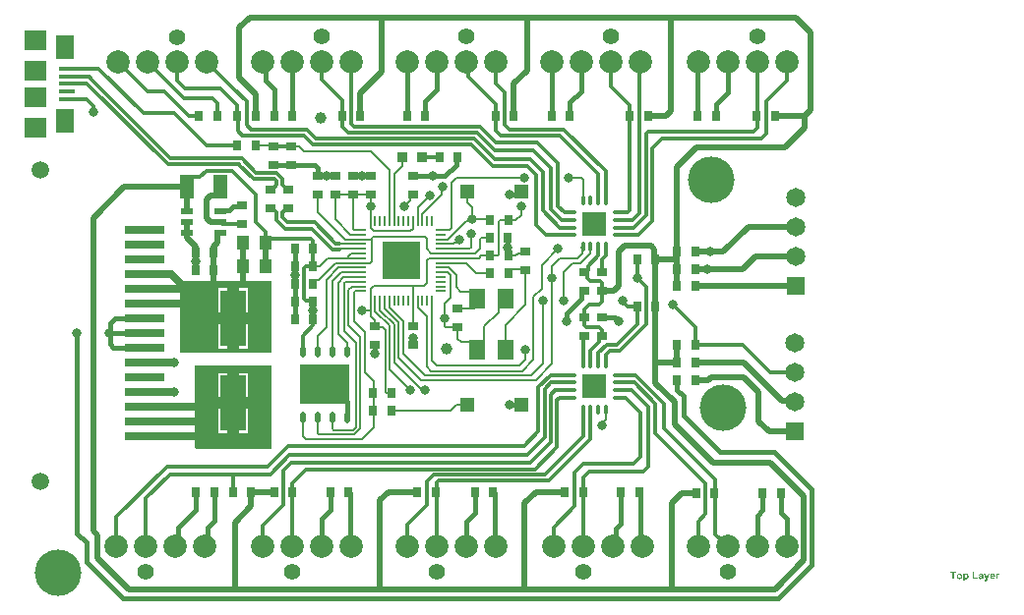
<source format=gtl>
G04*
G04 #@! TF.GenerationSoftware,Altium Limited,Altium Designer,23.3.1 (30)*
G04*
G04 Layer_Physical_Order=1*
G04 Layer_Color=255*
%FSLAX44Y44*%
%MOMM*%
G71*
G04*
G04 #@! TF.SameCoordinates,401C55F4-CDE4-4738-8E39-6C92FFCD4633*
G04*
G04*
G04 #@! TF.FilePolarity,Positive*
G04*
G01*
G75*
%ADD11C,0.2000*%
%ADD14C,0.1778*%
%ADD19R,0.7000X0.9000*%
%ADD20R,1.2300X2.0200*%
%ADD21R,0.9000X0.7000*%
%ADD22R,1.0000X1.3000*%
%ADD23R,1.6000X2.1000*%
%ADD24R,1.9000X1.8000*%
%ADD25R,1.3500X0.4000*%
%ADD26R,1.0500X0.6000*%
%ADD27R,3.5000X0.7000*%
%ADD28C,1.0000*%
%ADD32R,1.4000X1.8000*%
%ADD33R,1.2000X1.2000*%
%ADD34R,2.1500X2.1500*%
G04:AMPARAMS|DCode=35|XSize=0.8mm|YSize=0.35mm|CornerRadius=0.1313mm|HoleSize=0mm|Usage=FLASHONLY|Rotation=0.000|XOffset=0mm|YOffset=0mm|HoleType=Round|Shape=RoundedRectangle|*
%AMROUNDEDRECTD35*
21,1,0.8000,0.0875,0,0,0.0*
21,1,0.5375,0.3500,0,0,0.0*
1,1,0.2625,0.2688,-0.0438*
1,1,0.2625,-0.2688,-0.0438*
1,1,0.2625,-0.2688,0.0438*
1,1,0.2625,0.2688,0.0438*
%
%ADD35ROUNDEDRECTD35*%
G04:AMPARAMS|DCode=36|XSize=0.8mm|YSize=0.35mm|CornerRadius=0.1313mm|HoleSize=0mm|Usage=FLASHONLY|Rotation=270.000|XOffset=0mm|YOffset=0mm|HoleType=Round|Shape=RoundedRectangle|*
%AMROUNDEDRECTD36*
21,1,0.8000,0.0875,0,0,270.0*
21,1,0.5375,0.3500,0,0,270.0*
1,1,0.2625,-0.0438,-0.2688*
1,1,0.2625,-0.0438,0.2688*
1,1,0.2625,0.0438,0.2688*
1,1,0.2625,0.0438,-0.2688*
%
%ADD36ROUNDEDRECTD36*%
%ADD37R,2.2000X4.8000*%
G04:AMPARAMS|DCode=38|XSize=1.04mm|YSize=0.44mm|CornerRadius=0.154mm|HoleSize=0mm|Usage=FLASHONLY|Rotation=90.000|XOffset=0mm|YOffset=0mm|HoleType=Round|Shape=RoundedRectangle|*
%AMROUNDEDRECTD38*
21,1,1.0400,0.1320,0,0,90.0*
21,1,0.7320,0.4400,0,0,90.0*
1,1,0.3080,0.0660,0.3660*
1,1,0.3080,0.0660,-0.3660*
1,1,0.3080,-0.0660,-0.3660*
1,1,0.3080,-0.0660,0.3660*
%
%ADD38ROUNDEDRECTD38*%
%ADD39R,0.8500X0.9500*%
%ADD52R,3.2004X3.2004*%
%ADD68R,0.8750X0.2000*%
%ADD69R,0.2000X0.8750*%
%ADD70R,4.3000X3.4000*%
%ADD71C,0.3000*%
%ADD72C,0.1847*%
%ADD73C,0.3500*%
%ADD74C,0.5000*%
%ADD75C,0.4000*%
%ADD76C,0.7000*%
%ADD77C,1.6500*%
%ADD78R,1.6500X1.6500*%
%ADD79C,4.0000*%
%ADD80C,1.5000*%
%ADD81C,1.4000*%
%ADD82C,2.0000*%
%ADD83C,0.8000*%
G36*
X-435610Y441960D02*
X-500380D01*
X-501650Y443230D01*
Y514350D01*
X-435610D01*
Y441960D01*
D02*
G37*
G36*
Y525360D02*
X-514350D01*
Y587350D01*
X-435610D01*
Y525360D01*
D02*
G37*
G36*
X190377Y334802D02*
X190418Y334795D01*
X190522Y334781D01*
X190647Y334753D01*
X190786Y334712D01*
X190931Y334650D01*
X191077Y334573D01*
X190696Y333505D01*
X190682Y333512D01*
X190640Y333540D01*
X190585Y333568D01*
X190508Y333609D01*
X190418Y333644D01*
X190321Y333679D01*
X190224Y333699D01*
X190120Y333707D01*
X190079D01*
X190030Y333699D01*
X189967Y333686D01*
X189898Y333672D01*
X189829Y333644D01*
X189753Y333609D01*
X189683Y333561D01*
X189676Y333554D01*
X189655Y333533D01*
X189621Y333498D01*
X189579Y333443D01*
X189538Y333374D01*
X189489Y333284D01*
X189440Y333180D01*
X189399Y333048D01*
Y333041D01*
X189392Y333027D01*
Y333006D01*
X189385Y332971D01*
X189378Y332930D01*
X189371Y332867D01*
X189357Y332798D01*
X189350Y332715D01*
X189343Y332618D01*
X189330Y332507D01*
X189323Y332382D01*
X189316Y332236D01*
X189309Y332077D01*
Y331904D01*
X189302Y331709D01*
Y331494D01*
Y330066D01*
X188074D01*
Y334705D01*
X189212D01*
Y334039D01*
X189219Y334046D01*
X189226Y334060D01*
X189239Y334081D01*
X189260Y334116D01*
X189316Y334199D01*
X189385Y334296D01*
X189468Y334400D01*
X189552Y334497D01*
X189642Y334587D01*
X189690Y334629D01*
X189732Y334656D01*
X189746Y334663D01*
X189773Y334677D01*
X189822Y334705D01*
X189884Y334733D01*
X189967Y334761D01*
X190058Y334788D01*
X190155Y334802D01*
X190266Y334809D01*
X190335D01*
X190377Y334802D01*
D02*
G37*
G36*
X162439D02*
X162501D01*
X162570Y334788D01*
X162647Y334774D01*
X162737Y334753D01*
X162841Y334733D01*
X162945Y334698D01*
X163056Y334656D01*
X163167Y334601D01*
X163285Y334539D01*
X163403Y334469D01*
X163514Y334379D01*
X163624Y334282D01*
X163735Y334171D01*
X163742Y334164D01*
X163763Y334143D01*
X163791Y334109D01*
X163826Y334053D01*
X163867Y333991D01*
X163916Y333914D01*
X163964Y333817D01*
X164020Y333713D01*
X164075Y333596D01*
X164124Y333464D01*
X164172Y333318D01*
X164214Y333159D01*
X164249Y332992D01*
X164283Y332812D01*
X164297Y332618D01*
X164304Y332410D01*
Y332396D01*
Y332361D01*
X164297Y332299D01*
Y332216D01*
X164290Y332118D01*
X164276Y332008D01*
X164256Y331883D01*
X164235Y331744D01*
X164200Y331605D01*
X164165Y331453D01*
X164117Y331307D01*
X164061Y331155D01*
X163999Y331009D01*
X163923Y330863D01*
X163832Y330725D01*
X163735Y330600D01*
X163729Y330593D01*
X163708Y330572D01*
X163680Y330545D01*
X163631Y330503D01*
X163576Y330454D01*
X163514Y330399D01*
X163437Y330343D01*
X163347Y330281D01*
X163257Y330219D01*
X163146Y330163D01*
X163035Y330108D01*
X162910Y330059D01*
X162785Y330024D01*
X162647Y329990D01*
X162508Y329969D01*
X162355Y329962D01*
X162293D01*
X162217Y329969D01*
X162120Y329983D01*
X162016Y329997D01*
X161898Y330024D01*
X161773Y330066D01*
X161655Y330115D01*
X161641Y330121D01*
X161600Y330142D01*
X161537Y330184D01*
X161454Y330239D01*
X161357Y330309D01*
X161246Y330399D01*
X161128Y330510D01*
X161003Y330635D01*
Y328305D01*
X159776D01*
Y334705D01*
X160920D01*
Y334025D01*
X160934Y334032D01*
X160962Y334074D01*
X161010Y334143D01*
X161080Y334220D01*
X161163Y334310D01*
X161267Y334407D01*
X161385Y334504D01*
X161516Y334587D01*
X161523D01*
X161537Y334594D01*
X161558Y334608D01*
X161586Y334622D01*
X161621Y334636D01*
X161662Y334656D01*
X161766Y334698D01*
X161891Y334740D01*
X162037Y334774D01*
X162196Y334802D01*
X162362Y334809D01*
X162397D01*
X162439Y334802D01*
D02*
G37*
G36*
X180731Y330239D02*
X180433Y329435D01*
Y329428D01*
X180426Y329414D01*
X180419Y329393D01*
X180405Y329366D01*
X180378Y329296D01*
X180336Y329206D01*
X180287Y329109D01*
X180239Y329005D01*
X180183Y328908D01*
X180128Y328818D01*
X180121Y328811D01*
X180100Y328783D01*
X180072Y328742D01*
X180031Y328693D01*
X179982Y328638D01*
X179927Y328582D01*
X179858Y328527D01*
X179788Y328471D01*
X179781Y328464D01*
X179753Y328450D01*
X179712Y328423D01*
X179663Y328395D01*
X179594Y328360D01*
X179511Y328326D01*
X179421Y328291D01*
X179324Y328263D01*
X179310D01*
X179275Y328249D01*
X179219Y328242D01*
X179143Y328228D01*
X179053Y328215D01*
X178949Y328201D01*
X178831Y328194D01*
X178699Y328187D01*
X178637D01*
X178568Y328194D01*
X178484D01*
X178374Y328208D01*
X178263Y328222D01*
X178138Y328235D01*
X178013Y328263D01*
X177902Y329227D01*
X177916D01*
X177950Y329220D01*
X178006Y329206D01*
X178075Y329199D01*
X178152Y329185D01*
X178242Y329171D01*
X178415Y329165D01*
X178457D01*
X178484Y329171D01*
X178561Y329178D01*
X178658Y329199D01*
X178755Y329227D01*
X178866Y329276D01*
X178963Y329338D01*
X179046Y329421D01*
X179053Y329435D01*
X179081Y329470D01*
X179116Y329518D01*
X179164Y329594D01*
X179213Y329685D01*
X179268Y329796D01*
X179317Y329913D01*
X179358Y330052D01*
X177604Y334705D01*
X178908D01*
X180010Y331404D01*
X181099Y334705D01*
X182368D01*
X180731Y330239D01*
D02*
G37*
G36*
X175225Y334802D02*
X175309D01*
X175392Y334795D01*
X175489Y334781D01*
X175690Y334761D01*
X175891Y334726D01*
X176085Y334677D01*
X176168Y334643D01*
X176252Y334608D01*
X176259D01*
X176273Y334601D01*
X176293Y334587D01*
X176314Y334573D01*
X176390Y334532D01*
X176474Y334476D01*
X176571Y334400D01*
X176661Y334317D01*
X176751Y334220D01*
X176820Y334116D01*
X176827Y334102D01*
X176834Y334081D01*
X176848Y334060D01*
X176862Y334025D01*
X176876Y333977D01*
X176890Y333928D01*
X176903Y333866D01*
X176917Y333797D01*
X176931Y333720D01*
X176945Y333630D01*
X176959Y333526D01*
X176973Y333415D01*
X176980Y333297D01*
X176987Y333166D01*
Y333020D01*
X176966Y331585D01*
Y331578D01*
Y331557D01*
Y331529D01*
Y331488D01*
Y331432D01*
Y331377D01*
X176973Y331245D01*
X176980Y331099D01*
X176987Y330947D01*
X177001Y330808D01*
X177014Y330739D01*
X177021Y330683D01*
Y330669D01*
X177035Y330635D01*
X177049Y330572D01*
X177070Y330496D01*
X177098Y330406D01*
X177139Y330302D01*
X177188Y330184D01*
X177243Y330066D01*
X176030D01*
Y330073D01*
X176023Y330087D01*
X176009Y330115D01*
X175995Y330156D01*
X175981Y330205D01*
X175954Y330267D01*
X175933Y330343D01*
X175905Y330427D01*
Y330434D01*
X175898Y330447D01*
X175891Y330489D01*
X175877Y330537D01*
X175870Y330558D01*
X175863Y330572D01*
X175849Y330558D01*
X175808Y330524D01*
X175746Y330468D01*
X175662Y330399D01*
X175565Y330330D01*
X175447Y330253D01*
X175322Y330177D01*
X175191Y330115D01*
X175184D01*
X175177Y330108D01*
X175156Y330101D01*
X175128Y330094D01*
X175059Y330066D01*
X174962Y330038D01*
X174851Y330010D01*
X174719Y329983D01*
X174580Y329969D01*
X174428Y329962D01*
X174359D01*
X174310Y329969D01*
X174248Y329976D01*
X174178Y329983D01*
X174102Y329997D01*
X174019Y330010D01*
X173839Y330052D01*
X173651Y330121D01*
X173554Y330170D01*
X173464Y330219D01*
X173381Y330274D01*
X173298Y330343D01*
X173291Y330350D01*
X173277Y330364D01*
X173263Y330385D01*
X173235Y330413D01*
X173201Y330454D01*
X173166Y330496D01*
X173131Y330551D01*
X173097Y330614D01*
X173055Y330683D01*
X173020Y330752D01*
X172951Y330926D01*
X172923Y331016D01*
X172909Y331113D01*
X172896Y331217D01*
X172889Y331328D01*
Y331335D01*
Y331349D01*
Y331370D01*
Y331397D01*
X172896Y331467D01*
X172909Y331564D01*
X172937Y331675D01*
X172965Y331793D01*
X173013Y331911D01*
X173076Y332028D01*
Y332035D01*
X173083Y332042D01*
X173111Y332077D01*
X173152Y332132D01*
X173214Y332202D01*
X173284Y332278D01*
X173374Y332354D01*
X173478Y332431D01*
X173596Y332493D01*
X173603D01*
X173610Y332500D01*
X173631Y332507D01*
X173658Y332521D01*
X173693Y332535D01*
X173735Y332555D01*
X173790Y332569D01*
X173846Y332590D01*
X173908Y332611D01*
X173984Y332639D01*
X174067Y332659D01*
X174151Y332687D01*
X174248Y332708D01*
X174352Y332736D01*
X174456Y332763D01*
X174574Y332784D01*
X174580D01*
X174608Y332791D01*
X174657Y332798D01*
X174712Y332812D01*
X174782Y332826D01*
X174865Y332840D01*
X174955Y332860D01*
X175052Y332881D01*
X175246Y332930D01*
X175447Y332978D01*
X175537Y333006D01*
X175628Y333034D01*
X175704Y333062D01*
X175773Y333089D01*
Y333207D01*
Y333214D01*
Y333221D01*
Y333270D01*
X175766Y333332D01*
X175752Y333408D01*
X175732Y333492D01*
X175697Y333575D01*
X175655Y333658D01*
X175593Y333720D01*
X175586Y333727D01*
X175558Y333741D01*
X175510Y333769D01*
X175447Y333797D01*
X175357Y333824D01*
X175239Y333852D01*
X175170Y333859D01*
X175101Y333866D01*
X175017Y333873D01*
X174872D01*
X174809Y333866D01*
X174740Y333859D01*
X174657Y333838D01*
X174567Y333817D01*
X174483Y333783D01*
X174407Y333741D01*
X174400Y333734D01*
X174379Y333713D01*
X174345Y333686D01*
X174303Y333637D01*
X174255Y333575D01*
X174206Y333492D01*
X174158Y333394D01*
X174116Y333284D01*
X173013Y333485D01*
Y333492D01*
X173020Y333512D01*
X173034Y333547D01*
X173048Y333596D01*
X173069Y333651D01*
X173097Y333713D01*
X173166Y333859D01*
X173256Y334025D01*
X173367Y334192D01*
X173499Y334344D01*
X173575Y334421D01*
X173658Y334483D01*
X173665Y334490D01*
X173679Y334497D01*
X173707Y334511D01*
X173741Y334532D01*
X173790Y334559D01*
X173852Y334587D01*
X173922Y334615D01*
X173998Y334650D01*
X174095Y334677D01*
X174192Y334705D01*
X174303Y334733D01*
X174428Y334761D01*
X174560Y334781D01*
X174705Y334795D01*
X174858Y334809D01*
X175163D01*
X175225Y334802D01*
D02*
G37*
G36*
X169089Y331148D02*
X172299D01*
Y330066D01*
X167799D01*
Y336411D01*
X169089D01*
Y331148D01*
D02*
G37*
G36*
X153535Y335384D02*
X151649D01*
Y330066D01*
X150359D01*
Y335384D01*
X148459D01*
Y336466D01*
X153535D01*
Y335384D01*
D02*
G37*
G36*
X185016Y334802D02*
X185093Y334795D01*
X185176Y334788D01*
X185280Y334774D01*
X185391Y334753D01*
X185509Y334726D01*
X185641Y334684D01*
X185772Y334643D01*
X185904Y334587D01*
X186043Y334518D01*
X186175Y334441D01*
X186306Y334351D01*
X186431Y334240D01*
X186549Y334123D01*
X186556Y334116D01*
X186577Y334088D01*
X186604Y334053D01*
X186639Y333998D01*
X186688Y333921D01*
X186736Y333831D01*
X186792Y333727D01*
X186847Y333609D01*
X186903Y333471D01*
X186951Y333311D01*
X187000Y333145D01*
X187041Y332958D01*
X187076Y332750D01*
X187104Y332528D01*
X187125Y332292D01*
Y332035D01*
X184053D01*
Y332028D01*
Y332015D01*
Y331980D01*
X184060Y331945D01*
X184067Y331897D01*
X184073Y331841D01*
X184094Y331723D01*
X184129Y331585D01*
X184177Y331439D01*
X184247Y331300D01*
X184344Y331175D01*
X184351D01*
X184358Y331162D01*
X184392Y331127D01*
X184455Y331078D01*
X184538Y331030D01*
X184642Y330974D01*
X184767Y330926D01*
X184905Y330891D01*
X184982Y330884D01*
X185058Y330877D01*
X185107D01*
X185155Y330884D01*
X185224Y330898D01*
X185301Y330912D01*
X185377Y330940D01*
X185460Y330981D01*
X185537Y331030D01*
X185543Y331037D01*
X185571Y331058D01*
X185606Y331099D01*
X185648Y331155D01*
X185703Y331224D01*
X185751Y331314D01*
X185800Y331418D01*
X185842Y331543D01*
X187062Y331335D01*
Y331328D01*
X187048Y331307D01*
X187034Y331273D01*
X187020Y331224D01*
X186993Y331169D01*
X186958Y331106D01*
X186923Y331030D01*
X186882Y330954D01*
X186778Y330787D01*
X186646Y330621D01*
X186493Y330454D01*
X186403Y330378D01*
X186313Y330309D01*
X186306Y330302D01*
X186292Y330295D01*
X186265Y330274D01*
X186223Y330253D01*
X186175Y330225D01*
X186112Y330198D01*
X186043Y330170D01*
X185966Y330135D01*
X185876Y330101D01*
X185779Y330073D01*
X185675Y330045D01*
X185564Y330018D01*
X185446Y329997D01*
X185315Y329976D01*
X185183Y329969D01*
X185044Y329962D01*
X184989D01*
X184926Y329969D01*
X184843Y329976D01*
X184746Y329983D01*
X184628Y330004D01*
X184503Y330024D01*
X184365Y330059D01*
X184219Y330101D01*
X184073Y330156D01*
X183928Y330219D01*
X183775Y330295D01*
X183637Y330385D01*
X183498Y330489D01*
X183373Y330607D01*
X183255Y330746D01*
X183248Y330752D01*
X183234Y330773D01*
X183214Y330808D01*
X183186Y330863D01*
X183151Y330926D01*
X183110Y330995D01*
X183068Y331085D01*
X183026Y331182D01*
X182985Y331293D01*
X182943Y331418D01*
X182902Y331550D01*
X182867Y331689D01*
X182839Y331841D01*
X182818Y332001D01*
X182805Y332174D01*
X182798Y332347D01*
Y332361D01*
Y332396D01*
X182805Y332458D01*
Y332535D01*
X182818Y332632D01*
X182832Y332750D01*
X182846Y332867D01*
X182874Y333006D01*
X182902Y333145D01*
X182943Y333290D01*
X182992Y333443D01*
X183047Y333596D01*
X183116Y333741D01*
X183200Y333887D01*
X183290Y334025D01*
X183394Y334150D01*
X183401Y334157D01*
X183422Y334178D01*
X183456Y334213D01*
X183505Y334254D01*
X183560Y334303D01*
X183637Y334358D01*
X183720Y334421D01*
X183810Y334483D01*
X183914Y334539D01*
X184032Y334601D01*
X184157Y334656D01*
X184295Y334705D01*
X184434Y334747D01*
X184587Y334781D01*
X184753Y334802D01*
X184919Y334809D01*
X184968D01*
X185016Y334802D01*
D02*
G37*
G36*
X156559D02*
X156628Y334795D01*
X156718Y334788D01*
X156822Y334774D01*
X156940Y334753D01*
X157065Y334726D01*
X157197Y334684D01*
X157335Y334643D01*
X157481Y334587D01*
X157619Y334518D01*
X157765Y334441D01*
X157911Y334351D01*
X158042Y334240D01*
X158174Y334123D01*
X158181Y334116D01*
X158202Y334088D01*
X158237Y334053D01*
X158278Y333998D01*
X158334Y333928D01*
X158389Y333852D01*
X158445Y333755D01*
X158514Y333651D01*
X158576Y333533D01*
X158632Y333401D01*
X158694Y333256D01*
X158743Y333103D01*
X158784Y332944D01*
X158819Y332770D01*
X158840Y332590D01*
X158847Y332396D01*
Y332382D01*
Y332347D01*
X158840Y332292D01*
Y332223D01*
X158826Y332132D01*
X158812Y332028D01*
X158791Y331911D01*
X158764Y331786D01*
X158729Y331647D01*
X158680Y331508D01*
X158625Y331363D01*
X158562Y331217D01*
X158479Y331064D01*
X158389Y330926D01*
X158285Y330780D01*
X158167Y330648D01*
X158160Y330642D01*
X158139Y330621D01*
X158098Y330586D01*
X158042Y330545D01*
X157980Y330489D01*
X157897Y330434D01*
X157807Y330371D01*
X157703Y330309D01*
X157585Y330239D01*
X157453Y330177D01*
X157314Y330121D01*
X157162Y330073D01*
X157002Y330024D01*
X156829Y329990D01*
X156649Y329969D01*
X156461Y329962D01*
X156399D01*
X156350Y329969D01*
X156295D01*
X156233Y329976D01*
X156156Y329983D01*
X156073Y329997D01*
X155886Y330031D01*
X155678Y330080D01*
X155463Y330149D01*
X155248Y330246D01*
X155241Y330253D01*
X155220Y330260D01*
X155192Y330274D01*
X155151Y330302D01*
X155102Y330330D01*
X155054Y330371D01*
X154922Y330461D01*
X154783Y330579D01*
X154638Y330725D01*
X154499Y330898D01*
X154374Y331092D01*
Y331099D01*
X154360Y331120D01*
X154347Y331148D01*
X154326Y331189D01*
X154305Y331245D01*
X154277Y331307D01*
X154256Y331384D01*
X154229Y331467D01*
X154201Y331564D01*
X154173Y331668D01*
X154145Y331779D01*
X154125Y331897D01*
X154104Y332021D01*
X154090Y332160D01*
X154083Y332299D01*
X154076Y332444D01*
Y332451D01*
Y332472D01*
Y332507D01*
X154083Y332548D01*
Y332604D01*
X154090Y332673D01*
X154104Y332743D01*
X154111Y332826D01*
X154152Y333006D01*
X154201Y333207D01*
X154277Y333415D01*
X154319Y333526D01*
X154374Y333630D01*
X154381Y333637D01*
X154388Y333658D01*
X154409Y333686D01*
X154430Y333727D01*
X154458Y333776D01*
X154499Y333831D01*
X154589Y333956D01*
X154714Y334095D01*
X154860Y334240D01*
X155026Y334379D01*
X155220Y334504D01*
X155227Y334511D01*
X155248Y334518D01*
X155276Y334532D01*
X155317Y334552D01*
X155373Y334573D01*
X155435Y334601D01*
X155505Y334629D01*
X155581Y334656D01*
X155671Y334684D01*
X155768Y334712D01*
X155976Y334761D01*
X156205Y334795D01*
X156330Y334809D01*
X156503D01*
X156559Y334802D01*
D02*
G37*
%LPC*%
G36*
X-455630Y507660D02*
X-463630D01*
Y486660D01*
X-455630D01*
Y507660D01*
D02*
G37*
G36*
X-473630D02*
X-481630D01*
Y486660D01*
X-473630D01*
Y507660D01*
D02*
G37*
G36*
X-455630Y476660D02*
X-463630D01*
Y455660D01*
X-455630D01*
Y476660D01*
D02*
G37*
G36*
X-473630D02*
X-481630D01*
Y455660D01*
X-473630D01*
Y476660D01*
D02*
G37*
G36*
X-455630Y580660D02*
X-463630D01*
Y559660D01*
X-455630D01*
Y580660D01*
D02*
G37*
G36*
X-473630D02*
X-481630D01*
Y559660D01*
X-473630D01*
Y580660D01*
D02*
G37*
G36*
X-455630Y549660D02*
X-463630D01*
Y528660D01*
X-455630D01*
Y549660D01*
D02*
G37*
G36*
X-473630D02*
X-481630D01*
Y528660D01*
X-473630D01*
Y549660D01*
D02*
G37*
G36*
X162023Y333838D02*
X161981D01*
X161946Y333831D01*
X161912Y333824D01*
X161863Y333817D01*
X161759Y333797D01*
X161641Y333755D01*
X161516Y333693D01*
X161454Y333651D01*
X161392Y333602D01*
X161329Y333547D01*
X161274Y333485D01*
Y333478D01*
X161260Y333471D01*
X161246Y333450D01*
X161225Y333422D01*
X161204Y333381D01*
X161184Y333339D01*
X161156Y333284D01*
X161128Y333228D01*
X161100Y333159D01*
X161073Y333082D01*
X161052Y332999D01*
X161031Y332909D01*
X161010Y332805D01*
X160996Y332701D01*
X160989Y332583D01*
X160983Y332458D01*
Y332451D01*
Y332424D01*
Y332382D01*
X160989Y332333D01*
Y332264D01*
X160996Y332188D01*
X161010Y332112D01*
X161024Y332021D01*
X161059Y331834D01*
X161114Y331640D01*
X161191Y331460D01*
X161232Y331377D01*
X161288Y331300D01*
X161295Y331293D01*
X161301Y331286D01*
X161343Y331245D01*
X161413Y331182D01*
X161503Y331120D01*
X161614Y331051D01*
X161738Y330988D01*
X161891Y330947D01*
X161967Y330940D01*
X162050Y330933D01*
X162092D01*
X162120Y330940D01*
X162196Y330954D01*
X162300Y330974D01*
X162411Y331016D01*
X162529Y331078D01*
X162584Y331113D01*
X162647Y331162D01*
X162702Y331210D01*
X162758Y331273D01*
X162765Y331279D01*
X162772Y331286D01*
X162785Y331307D01*
X162806Y331335D01*
X162827Y331377D01*
X162848Y331418D01*
X162876Y331474D01*
X162903Y331543D01*
X162931Y331612D01*
X162959Y331696D01*
X162980Y331786D01*
X163000Y331890D01*
X163021Y332001D01*
X163035Y332126D01*
X163049Y332257D01*
Y332396D01*
Y332403D01*
Y332431D01*
Y332465D01*
X163042Y332514D01*
Y332576D01*
X163035Y332645D01*
X163021Y332722D01*
X163014Y332805D01*
X162980Y332978D01*
X162924Y333159D01*
X162848Y333332D01*
X162806Y333408D01*
X162751Y333478D01*
Y333485D01*
X162737Y333492D01*
X162695Y333533D01*
X162633Y333589D01*
X162550Y333658D01*
X162446Y333727D01*
X162321Y333783D01*
X162182Y333824D01*
X162106Y333831D01*
X162023Y333838D01*
D02*
G37*
G36*
X175773Y332292D02*
X175759Y332285D01*
X175725Y332278D01*
X175669Y332257D01*
X175586Y332236D01*
X175482Y332209D01*
X175350Y332174D01*
X175198Y332139D01*
X175017Y332098D01*
X175010D01*
X174997Y332091D01*
X174969D01*
X174934Y332077D01*
X174851Y332056D01*
X174747Y332035D01*
X174636Y332001D01*
X174525Y331966D01*
X174428Y331931D01*
X174386Y331911D01*
X174352Y331890D01*
X174345Y331883D01*
X174317Y331862D01*
X174275Y331820D01*
X174234Y331772D01*
X174192Y331709D01*
X174151Y331633D01*
X174123Y331550D01*
X174116Y331460D01*
Y331446D01*
Y331418D01*
X174123Y331370D01*
X174137Y331307D01*
X174165Y331238D01*
X174192Y331162D01*
X174241Y331092D01*
X174303Y331016D01*
X174310Y331009D01*
X174338Y330988D01*
X174379Y330954D01*
X174435Y330926D01*
X174511Y330891D01*
X174594Y330857D01*
X174692Y330836D01*
X174795Y330829D01*
X174809D01*
X174851Y330836D01*
X174913Y330843D01*
X174997Y330857D01*
X175094Y330884D01*
X175205Y330919D01*
X175315Y330974D01*
X175427Y331044D01*
X175433Y331051D01*
X175461Y331072D01*
X175503Y331106D01*
X175544Y331155D01*
X175600Y331217D01*
X175648Y331286D01*
X175690Y331363D01*
X175725Y331446D01*
Y331453D01*
X175732Y331481D01*
X175739Y331522D01*
X175752Y331578D01*
X175759Y331661D01*
X175766Y331765D01*
X175773Y331890D01*
Y332042D01*
Y332292D01*
D02*
G37*
G36*
X184989Y333873D02*
X184947D01*
X184919Y333866D01*
X184850Y333859D01*
X184753Y333838D01*
X184649Y333803D01*
X184538Y333748D01*
X184434Y333672D01*
X184379Y333630D01*
X184330Y333575D01*
X184316Y333561D01*
X184288Y333519D01*
X184247Y333457D01*
X184198Y333367D01*
X184150Y333256D01*
X184108Y333117D01*
X184080Y332965D01*
X184073Y332784D01*
X185904D01*
Y332791D01*
Y332805D01*
Y332833D01*
X185897Y332874D01*
X185890Y332916D01*
X185883Y332965D01*
X185863Y333082D01*
X185828Y333214D01*
X185779Y333346D01*
X185717Y333478D01*
X185627Y333589D01*
X185613Y333602D01*
X185578Y333630D01*
X185523Y333679D01*
X185446Y333734D01*
X185356Y333783D01*
X185245Y333831D01*
X185121Y333859D01*
X184989Y333873D01*
D02*
G37*
G36*
X156454Y333811D02*
X156406D01*
X156378Y333803D01*
X156337Y333797D01*
X156288Y333790D01*
X156177Y333762D01*
X156045Y333720D01*
X155914Y333658D01*
X155844Y333616D01*
X155782Y333568D01*
X155713Y333505D01*
X155650Y333443D01*
Y333436D01*
X155636Y333429D01*
X155622Y333401D01*
X155602Y333374D01*
X155574Y333339D01*
X155546Y333290D01*
X155518Y333235D01*
X155491Y333172D01*
X155463Y333103D01*
X155435Y333020D01*
X155407Y332937D01*
X155380Y332840D01*
X155359Y332736D01*
X155345Y332625D01*
X155338Y332507D01*
X155331Y332382D01*
Y332375D01*
Y332354D01*
Y332313D01*
X155338Y332271D01*
Y332209D01*
X155345Y332146D01*
X155359Y332070D01*
X155373Y331987D01*
X155407Y331820D01*
X155463Y331640D01*
X155546Y331474D01*
X155595Y331390D01*
X155650Y331321D01*
X155657Y331314D01*
X155664Y331307D01*
X155685Y331286D01*
X155706Y331266D01*
X155782Y331210D01*
X155872Y331141D01*
X155990Y331072D01*
X156129Y331016D01*
X156281Y330974D01*
X156364Y330967D01*
X156454Y330961D01*
X156503D01*
X156538Y330967D01*
X156572Y330974D01*
X156621Y330981D01*
X156732Y331009D01*
X156864Y331051D01*
X156995Y331113D01*
X157065Y331155D01*
X157134Y331203D01*
X157197Y331259D01*
X157259Y331321D01*
X157266Y331328D01*
X157273Y331342D01*
X157287Y331363D01*
X157307Y331390D01*
X157335Y331425D01*
X157363Y331474D01*
X157391Y331529D01*
X157425Y331591D01*
X157453Y331661D01*
X157481Y331744D01*
X157508Y331834D01*
X157536Y331924D01*
X157557Y332028D01*
X157571Y332139D01*
X157585Y332264D01*
Y332389D01*
Y332396D01*
Y332417D01*
Y332458D01*
X157578Y332500D01*
Y332562D01*
X157571Y332625D01*
X157557Y332701D01*
X157543Y332777D01*
X157508Y332951D01*
X157446Y333124D01*
X157370Y333290D01*
X157314Y333374D01*
X157259Y333443D01*
X157252Y333450D01*
X157245Y333457D01*
X157224Y333478D01*
X157203Y333498D01*
X157134Y333561D01*
X157037Y333630D01*
X156919Y333693D01*
X156780Y333755D01*
X156628Y333797D01*
X156545Y333803D01*
X156454Y333811D01*
D02*
G37*
%LPD*%
D11*
X-309880Y650240D02*
X-299720Y660400D01*
X-309880Y638865D02*
Y650240D01*
X-305816Y644144D02*
X-288940Y661020D01*
Y667370D02*
X-288290Y668020D01*
X-288940Y661020D02*
Y667370D01*
X-305816Y638865D02*
Y644144D01*
X-313888Y661390D02*
X-313690D01*
X-316388Y656432D02*
Y658890D01*
X-321310Y651510D02*
Y651510D01*
X-316388Y658890D02*
X-313888Y661390D01*
X-321310Y651510D02*
X-316388Y656432D01*
X-435942Y703580D02*
X-434952Y702590D01*
X-449300Y703580D02*
X-435942D01*
X-250430Y608640D02*
X-247930Y611140D01*
X-396240Y646430D02*
Y661390D01*
X-411760Y702590D02*
X-407670Y698500D01*
X-334264Y639032D02*
Y682244D01*
X-407670Y698500D02*
X-350520D01*
X-334264Y682244D01*
X-419100Y702590D02*
X-411760D01*
X-232130Y596900D02*
X-217450D01*
X-268478Y602488D02*
X-259375Y593386D01*
X-247722D01*
X-241220Y608625D02*
X-240049Y609797D01*
Y637934D02*
X-238877Y639105D01*
X-240049Y609797D02*
Y637934D01*
X-247722Y608625D02*
X-241220D01*
X-238877Y639105D02*
X-231922D01*
X-225765D01*
X-231922Y608625D02*
X-225888D01*
X-218575Y611015D02*
X-217170Y612420D01*
X-223498Y611015D02*
X-218575D01*
X-225888Y608625D02*
X-223498Y611015D01*
X-225765Y639105D02*
X-220980Y643890D01*
Y651510D01*
X-256540Y622694D02*
X-255368Y623866D01*
X-247976D01*
X-256540Y614680D02*
Y622694D01*
X-347980Y474980D02*
Y490220D01*
Y461010D02*
Y474980D01*
Y490220D02*
Y500380D01*
X-355600Y508000D02*
Y543052D01*
Y508000D02*
X-347980Y500380D01*
X-252469Y533821D02*
Y547631D01*
X-240380Y559720D01*
X-258380Y527910D02*
X-252469Y533821D01*
X-240380Y572260D02*
X-234380Y578260D01*
X-272640Y534260D02*
X-258380D01*
Y527910D02*
Y534260D01*
X-240380Y559720D02*
Y565910D01*
X-234380Y571910D01*
X-293370Y514350D02*
X-222036D01*
X-217170Y519216D02*
Y526717D01*
X-222036Y514350D02*
X-217170Y519216D01*
X-297688Y518668D02*
Y570175D01*
Y518668D02*
X-293370Y514350D01*
X-298450Y509270D02*
X-219710D01*
X-302260Y513080D02*
X-298450Y509270D01*
X-302260Y513080D02*
Y556260D01*
X-219710Y509270D02*
X-210124Y518856D01*
X-322580Y524054D02*
X-303986Y505460D01*
X-212090D02*
X-201930Y515620D01*
X-303986Y505460D02*
X-212090D01*
X-218138Y526717D02*
X-217170Y527685D01*
X-326390Y520700D02*
X-307340Y501650D01*
X-208280D02*
X-194310Y515620D01*
X-307340Y501650D02*
X-208280D01*
X-334010Y510540D02*
Y548640D01*
Y510540D02*
X-316230Y492760D01*
X-304678Y493908D02*
X-303530Y492760D01*
X-307218Y493908D02*
X-304678D01*
X-330200Y516890D02*
X-307218Y493908D01*
X-276860Y480060D02*
X-267040D01*
X-332460Y474980D02*
X-281940D01*
X-276860Y480060D01*
X-267040Y654390D02*
X-262890Y650240D01*
X-267040Y654390D02*
Y664210D01*
X-262890Y640080D02*
Y650240D01*
Y640080D02*
X-250430D01*
X-247930Y642580D02*
Y642620D01*
X-250430Y640080D02*
X-247930Y642580D01*
X-267848Y638932D02*
X-264038D01*
X-283972Y622808D02*
X-267848Y638932D01*
X-264038D02*
X-262890Y640080D01*
X-287020Y548262D02*
Y567690D01*
X-281940Y572770D02*
Y591820D01*
X-287020Y567690D02*
X-281940Y572770D01*
X-287020Y548262D02*
X-285848Y547090D01*
X-275590D01*
Y537210D02*
X-272640Y534260D01*
X-275590Y537210D02*
Y547090D01*
X-258790Y565440D02*
Y577850D01*
X-261340Y562890D02*
X-258790Y565440D01*
X-275590Y562890D02*
X-261340D01*
X-273050Y577850D02*
X-258790D01*
X-276860Y581660D02*
X-273050Y577850D01*
X-234380Y534260D02*
Y549210D01*
X-217170Y566420D01*
Y596620D01*
X-289759Y602488D02*
X-268478D01*
X-254960Y608640D02*
X-250430D01*
X-257048Y606552D02*
X-254960Y608640D01*
X-289592Y606552D02*
X-257048D01*
X-289759Y610616D02*
X-260604D01*
X-256540Y614680D01*
X-298196Y610616D02*
X-289759D01*
X-265332Y614680D02*
X-264160Y615852D01*
Y627380D01*
X-289759Y614680D02*
X-265332D01*
X-210124Y518856D02*
Y573466D01*
X-203200Y600710D02*
X-189230Y614680D01*
X-203200Y580390D02*
Y600710D01*
X-210124Y573466D02*
X-203200Y580390D01*
X-194310Y515620D02*
Y589599D01*
X-201930Y515620D02*
Y570230D01*
X-326390Y520700D02*
Y551180D01*
X-322580Y524054D02*
Y552450D01*
X-284480Y594360D02*
X-281940Y591820D01*
X-289759Y594360D02*
X-284480D01*
X-350520Y561536D02*
Y570008D01*
Y556260D02*
Y561536D01*
X-357944D02*
X-350520D01*
X-358140Y561340D02*
X-357944Y561536D01*
X-350520Y651510D02*
Y661390D01*
Y639032D02*
Y651510D01*
X-330200Y516890D02*
Y549454D01*
X-336550Y490220D02*
X-332460D01*
X-337820Y491490D02*
X-336550Y490220D01*
X-342392Y561646D02*
Y570175D01*
Y561646D02*
X-330200Y549454D01*
X-338328Y563118D02*
X-326390Y551180D01*
X-334264Y564134D02*
X-322580Y552450D01*
X-338328Y563118D02*
Y570175D01*
X-334264Y564134D02*
Y570175D01*
X-180340Y675640D02*
X-168910D01*
X-350520Y580390D02*
X-347980Y582930D01*
X-350520Y570175D02*
Y580390D01*
X-347980Y582930D02*
X-313944D01*
X-346456Y561086D02*
X-334010Y548640D01*
X-346456Y561086D02*
Y570175D01*
X-151130Y462280D02*
Y464820D01*
X-148140Y467810D01*
Y476160D01*
X-337820Y491490D02*
Y544830D01*
X-358449Y622808D02*
X-349830D01*
X-372618D02*
X-358449D01*
Y602488D02*
X-351282D01*
X-279146Y618744D02*
X-276860Y621030D01*
X-289759Y618744D02*
X-279146D01*
X-289592Y622808D02*
X-283972D01*
X-313944Y632108D02*
Y638865D01*
X-347980Y629920D02*
X-316132D01*
X-313944Y632108D01*
X-350520Y632460D02*
X-347980Y629920D01*
X-350520Y632460D02*
Y638865D01*
X-348586Y624840D02*
X-303432D01*
X-349758Y623668D02*
X-348586Y624840D01*
X-302260Y614680D02*
Y623668D01*
X-349758Y622736D02*
Y623668D01*
X-303432Y624840D02*
X-302260Y623668D01*
X-399770Y599440D02*
X-399241Y599968D01*
X-394442D01*
X-387858Y606552D01*
X-399770Y584200D02*
Y585200D01*
X-397270Y587700D02*
X-395280D01*
X-399770Y585200D02*
X-397270Y587700D01*
X-395280D02*
X-380492Y602488D01*
X-168910Y675640D02*
X-167640Y674370D01*
Y656270D02*
Y674370D01*
X-276860Y675640D02*
X-218440D01*
X-280670Y671830D02*
X-276860Y675640D01*
X-280670Y632460D02*
Y671830D01*
X-282194Y630936D02*
X-280670Y632460D01*
X-289759Y630936D02*
X-282194D01*
X-309880Y563880D02*
X-302260Y556260D01*
X-309880Y563880D02*
Y570175D01*
X-340360Y547370D02*
X-337820Y544830D01*
X-346430Y547370D02*
X-340360D01*
X-346710Y547650D02*
X-346430Y547370D01*
X-313944Y582930D02*
X-304800D01*
X-302260Y585470D01*
Y604520D01*
X-300228Y606552D01*
X-289759D01*
X-313944Y570175D02*
Y582930D01*
X-369464Y606552D02*
X-358616D01*
X-387858D02*
X-369464D01*
Y608436D02*
X-367284Y610616D01*
X-369464Y606552D02*
Y608436D01*
X-367284Y610616D02*
X-358449D01*
X-194310Y589599D02*
Y599440D01*
X-365760Y661390D02*
X-350520D01*
X-381000D02*
X-365760D01*
X-194310Y599440D02*
X-187500Y606250D01*
X-172260D02*
X-167890Y610620D01*
X-187500Y606250D02*
X-172260D01*
X-167890Y610620D02*
Y616020D01*
X-184150Y570230D02*
Y594360D01*
X-176530Y601980D01*
X-170180D01*
X-161390Y610770D01*
Y616020D01*
X-358140Y450850D02*
X-347980Y461010D01*
X-369570Y548640D02*
Y579120D01*
X-359410Y459740D02*
Y538480D01*
X-369570Y548640D02*
X-359410Y538480D01*
X-369570Y579120D02*
X-366522Y582168D01*
X-373380Y543560D02*
Y585060D01*
X-363220Y461010D02*
Y533400D01*
X-373380Y543560D02*
X-363220Y533400D01*
X-372208Y586232D02*
X-358616D01*
X-373380Y585060D02*
X-372208Y586232D01*
X-378460Y541020D02*
X-370840Y533400D01*
X-378460Y585470D02*
X-373634Y590296D01*
X-378460Y541020D02*
Y585470D01*
X-370840Y526290D02*
Y533400D01*
X-373634Y590296D02*
X-358449D01*
X-383540Y586740D02*
X-375920Y594360D01*
X-358616D01*
X-383540Y526290D02*
Y586740D01*
X-388620Y588010D02*
X-378206Y598424D01*
X-388620Y547370D02*
Y588010D01*
X-378206Y598424D02*
X-358616D01*
X-330200Y639032D02*
Y679450D01*
X-323460Y686190D02*
Y693420D01*
X-330200Y679450D02*
X-323460Y686190D01*
X-408940Y453390D02*
Y469390D01*
Y453390D02*
X-406400Y450850D01*
X-358140D01*
X-364998Y552450D02*
X-355600Y543052D01*
X-350520Y556260D02*
X-347035Y552775D01*
Y547976D02*
X-346710Y547650D01*
X-347035Y547976D02*
Y552775D01*
X-396240Y455930D02*
Y469390D01*
Y455930D02*
X-394970Y454660D01*
X-364490D01*
X-359410Y459740D01*
X-365760Y458470D02*
X-363220Y461010D01*
X-382270Y458470D02*
X-365760D01*
X-383540Y459740D02*
X-382270Y458470D01*
X-383540Y459740D02*
Y469390D01*
X-396240Y539750D02*
X-388620Y547370D01*
X-396240Y526290D02*
Y539750D01*
X-364998Y552450D02*
Y576550D01*
X-313944Y547904D02*
Y570008D01*
Y547904D02*
X-313690Y547650D01*
X-276860Y581660D02*
Y591820D01*
X-283460Y598420D02*
X-276860Y591820D01*
X-289592Y598424D02*
X-289588Y598420D01*
X-283460D01*
X-381000Y640080D02*
X-367792Y626872D01*
X-381000Y640080D02*
Y661390D01*
X-367792Y626872D02*
X-358616D01*
X-365506Y631978D02*
Y661136D01*
X-364464Y630936D02*
X-358616D01*
X-365760Y661390D02*
X-365506Y661136D01*
Y631978D02*
X-364464Y630936D01*
X-396240Y646430D02*
X-372618Y622808D01*
X-349758Y604012D02*
Y622736D01*
X-349830Y622808D02*
X-349758Y622736D01*
X-302260Y614680D02*
X-298196Y610616D01*
X-351282Y602488D02*
X-349758Y604012D01*
X-380492Y602488D02*
X-358449D01*
X-363448Y578100D02*
X-358620D01*
X-364998Y576550D02*
X-363448Y578100D01*
X-358620D02*
X-358616Y578104D01*
X-366522Y582168D02*
X-358616D01*
D14*
X-217450Y596900D02*
X-217170Y596620D01*
D19*
X-70840Y612140D02*
D03*
X-86640D02*
D03*
X-70840Y596900D02*
D03*
X-86640D02*
D03*
X-70840Y582930D02*
D03*
X-86640D02*
D03*
X-465100Y703580D02*
D03*
X-449300D02*
D03*
X-465100Y728980D02*
D03*
X-449300D02*
D03*
X-485450Y611560D02*
D03*
X-501250D02*
D03*
X-485450Y596580D02*
D03*
X-501250D02*
D03*
X-231922Y639105D02*
D03*
X-247722D02*
D03*
X-247722Y608625D02*
D03*
X-231922D02*
D03*
Y593386D02*
D03*
X-247722D02*
D03*
X-105130Y565150D02*
D03*
X-120930D02*
D03*
X-484860Y405130D02*
D03*
X-500660D02*
D03*
X-369290D02*
D03*
X-385090D02*
D03*
X-244830D02*
D03*
X-260630D02*
D03*
X-119100D02*
D03*
X-134900D02*
D03*
X2820Y403860D02*
D03*
X-12980D02*
D03*
X-68860Y728980D02*
D03*
X-53060D02*
D03*
X-194590D02*
D03*
X-178790D02*
D03*
X-319050D02*
D03*
X-303250D02*
D03*
X-433350D02*
D03*
X-417550D02*
D03*
X-498120D02*
D03*
X-482320D02*
D03*
X-332460Y474980D02*
D03*
X-348260D02*
D03*
X-415570Y568960D02*
D03*
X-399770D02*
D03*
X-415570Y553720D02*
D03*
X-399770D02*
D03*
X-232176Y623866D02*
D03*
X-247976D02*
D03*
X-415570Y584200D02*
D03*
X-399770D02*
D03*
X-242850Y728980D02*
D03*
X-227050D02*
D03*
X-415570Y599440D02*
D03*
X-399770D02*
D03*
X-415570Y614680D02*
D03*
X-399770D02*
D03*
X-70840Y532130D02*
D03*
X-86640D02*
D03*
X-70840Y516890D02*
D03*
X-86640D02*
D03*
X-120930Y605790D02*
D03*
X-105130D02*
D03*
X-54330Y403860D02*
D03*
X-70130D02*
D03*
X-167360Y405130D02*
D03*
X-183160D02*
D03*
X-294360D02*
D03*
X-310160D02*
D03*
X-417550D02*
D03*
X-433350D02*
D03*
X-468910D02*
D03*
X-453110D02*
D03*
X-70840Y501650D02*
D03*
X-86640D02*
D03*
X-127280Y728980D02*
D03*
X-111480D02*
D03*
X-374930D02*
D03*
X-359130D02*
D03*
X-18060D02*
D03*
X-2260D02*
D03*
X-275310Y693420D02*
D03*
X-291110D02*
D03*
X-332460Y490220D02*
D03*
X-348260D02*
D03*
D20*
X-508380Y668020D02*
D03*
X-479680D02*
D03*
D21*
X-434340Y702590D02*
D03*
Y686790D02*
D03*
X-419100Y702590D02*
D03*
Y686790D02*
D03*
X-461010Y651790D02*
D03*
Y635990D02*
D03*
X-396240Y677190D02*
D03*
Y661390D02*
D03*
X-381000Y677190D02*
D03*
Y661390D02*
D03*
X-313690Y531850D02*
D03*
Y547650D02*
D03*
X-346710Y531850D02*
D03*
Y547650D02*
D03*
X-365760Y677190D02*
D03*
Y661390D02*
D03*
X-151130Y594640D02*
D03*
Y578840D02*
D03*
X-166370Y578840D02*
D03*
Y594640D02*
D03*
X-217170Y612420D02*
D03*
Y596620D02*
D03*
X-275590Y547090D02*
D03*
Y562890D02*
D03*
X-436269Y649937D02*
D03*
Y665737D02*
D03*
X-421029Y649937D02*
D03*
Y665737D02*
D03*
X-350520Y677190D02*
D03*
Y661390D02*
D03*
X-313690Y677190D02*
D03*
Y661390D02*
D03*
X-166370Y539470D02*
D03*
Y555270D02*
D03*
X-151130Y555270D02*
D03*
Y539470D02*
D03*
D22*
X-441150Y619760D02*
D03*
X-460550D02*
D03*
X-441150Y599440D02*
D03*
X-460550D02*
D03*
D23*
X-613390Y725270D02*
D03*
Y788270D02*
D03*
D24*
X-638890Y745270D02*
D03*
Y768270D02*
D03*
Y718770D02*
D03*
Y794770D02*
D03*
D25*
X-612140Y756770D02*
D03*
Y750270D02*
D03*
Y763270D02*
D03*
Y769770D02*
D03*
Y743770D02*
D03*
D26*
X-508280Y647040D02*
D03*
Y637540D02*
D03*
Y628040D02*
D03*
X-479780D02*
D03*
Y637540D02*
D03*
Y647040D02*
D03*
D27*
X-545000Y631370D02*
D03*
Y618670D02*
D03*
Y605970D02*
D03*
Y453570D02*
D03*
Y466270D02*
D03*
Y478970D02*
D03*
Y491670D02*
D03*
Y504370D02*
D03*
Y517070D02*
D03*
Y529770D02*
D03*
Y542470D02*
D03*
Y555170D02*
D03*
Y567870D02*
D03*
Y580570D02*
D03*
Y593270D02*
D03*
D28*
X-284805Y528290D02*
D03*
X-393700Y727710D02*
D03*
D32*
X-234380Y571910D02*
D03*
Y527910D02*
D03*
X-258380D02*
D03*
Y571910D02*
D03*
D33*
X-267040Y664210D02*
D03*
X-220640D02*
D03*
Y480060D02*
D03*
X-267040D02*
D03*
D34*
X-157890Y636270D02*
D03*
Y496160D02*
D03*
D35*
X-177890Y626520D02*
D03*
Y633020D02*
D03*
Y639520D02*
D03*
Y646020D02*
D03*
X-137890D02*
D03*
Y639520D02*
D03*
Y633020D02*
D03*
Y626520D02*
D03*
Y505910D02*
D03*
Y499410D02*
D03*
Y492910D02*
D03*
Y486410D02*
D03*
X-177890D02*
D03*
Y492910D02*
D03*
Y499410D02*
D03*
Y505910D02*
D03*
D36*
X-167640Y656270D02*
D03*
X-161140D02*
D03*
X-154640D02*
D03*
X-148140D02*
D03*
Y616270D02*
D03*
X-154640D02*
D03*
X-161140D02*
D03*
X-167640D02*
D03*
X-148140Y476160D02*
D03*
X-154640D02*
D03*
X-161140D02*
D03*
X-167640D02*
D03*
Y516160D02*
D03*
X-161140D02*
D03*
X-154640D02*
D03*
X-148140D02*
D03*
D37*
X-468630Y481660D02*
D03*
Y554660D02*
D03*
D38*
X-408940Y469390D02*
D03*
X-396240D02*
D03*
X-383540D02*
D03*
X-370840D02*
D03*
Y526290D02*
D03*
X-383540D02*
D03*
X-396240D02*
D03*
X-408940D02*
D03*
D39*
X-306460Y693420D02*
D03*
X-323460D02*
D03*
D52*
X-324104Y604520D02*
D03*
D68*
X-358449Y610616D02*
D03*
Y602488D02*
D03*
Y582168D02*
D03*
Y578104D02*
D03*
Y590296D02*
D03*
Y594360D02*
D03*
Y598424D02*
D03*
Y586232D02*
D03*
Y630936D02*
D03*
Y626872D02*
D03*
Y622808D02*
D03*
Y618744D02*
D03*
Y614680D02*
D03*
Y606552D02*
D03*
X-289759Y582168D02*
D03*
Y586232D02*
D03*
Y590296D02*
D03*
Y594360D02*
D03*
Y598424D02*
D03*
Y602488D02*
D03*
Y578104D02*
D03*
Y610616D02*
D03*
Y630936D02*
D03*
Y626872D02*
D03*
Y622808D02*
D03*
Y618744D02*
D03*
Y614680D02*
D03*
Y606552D02*
D03*
D69*
X-297688Y570175D02*
D03*
X-301752D02*
D03*
X-305816D02*
D03*
X-309880D02*
D03*
X-313944D02*
D03*
X-318008D02*
D03*
X-322072D02*
D03*
X-326136D02*
D03*
X-330200D02*
D03*
X-334264D02*
D03*
X-338328D02*
D03*
X-342392D02*
D03*
X-346456D02*
D03*
X-350520D02*
D03*
X-297688Y638865D02*
D03*
X-301752D02*
D03*
X-305816D02*
D03*
X-309880D02*
D03*
X-313944D02*
D03*
X-318008D02*
D03*
X-322072D02*
D03*
X-326136D02*
D03*
X-330200D02*
D03*
X-334264D02*
D03*
X-338328D02*
D03*
X-342392D02*
D03*
X-346456D02*
D03*
X-350520D02*
D03*
D70*
X-389890Y497840D02*
D03*
D71*
X-105410Y455930D02*
X-62230Y412750D01*
Y386080D02*
Y412750D01*
X-123490Y499410D02*
X-105410Y481330D01*
X-68580Y379730D02*
X-62230Y386080D01*
X-105410Y455930D02*
Y481330D01*
X-68580Y358140D02*
Y379730D01*
X-53620Y403860D02*
Y410210D01*
X-97790Y459740D02*
Y481330D01*
Y459740D02*
X-53620Y415570D01*
Y410210D02*
Y415570D01*
Y368580D02*
Y403860D01*
X-589280Y732790D02*
Y737870D01*
X-595180Y743770D02*
X-589280Y737870D01*
X-612140Y743770D02*
X-595180D01*
X-70840Y532130D02*
Y547090D01*
X-90170Y566420D02*
X-70840Y547090D01*
X-30480Y532130D02*
X-6350Y508000D01*
X15000D01*
X-70840Y532130D02*
X-30480D01*
X-14463Y709437D02*
X-10160Y713740D01*
X-107950Y701040D02*
X-99553Y709437D01*
X-14463D01*
X-17780Y728980D02*
Y775970D01*
X-20679Y715921D02*
X-17780Y718820D01*
X-111273Y715921D02*
X-20679D01*
X-17780Y718820D02*
Y728980D01*
X-113030Y714164D02*
X-111273Y715921D01*
X-113030Y643890D02*
Y714164D01*
X-120240Y626520D02*
X-107950Y638810D01*
Y701040D01*
X-123900Y633020D02*
X-113030Y643890D01*
X-434952Y702590D02*
X-419100D01*
X-542570Y750570D02*
X-528320D01*
X-567690Y775690D02*
X-542570Y750570D01*
X-528320D02*
X-506730Y728980D01*
X-498120D01*
X-482320D02*
Y740130D01*
X-486410Y744220D02*
X-482320Y740130D01*
X-510820Y744220D02*
X-486410D01*
X-542290Y775690D02*
X-510820Y744220D01*
X-491490Y703580D02*
X-465100D01*
X-519430Y731520D02*
X-491490Y703580D01*
X-546100Y731520D02*
X-519430D01*
X-584350Y769770D02*
X-546100Y731520D01*
X-612140Y769770D02*
X-584350D01*
X-449580Y637540D02*
Y661670D01*
X-441150Y620070D02*
Y629110D01*
X-449580Y637540D02*
X-441150Y629110D01*
X-469900Y681990D02*
X-449580Y661670D01*
X-441150Y619760D02*
Y620070D01*
X-491750Y681990D02*
X-469900D01*
X-508380Y671970D02*
X-503730Y676620D01*
X-497120D01*
X-491750Y681990D01*
X-508380Y668020D02*
Y671970D01*
X-441150Y620070D02*
X-437650Y623570D01*
X-401527D01*
X-399770Y614680D02*
Y621813D01*
X-401527Y623570D02*
X-399770Y621813D01*
X-478280Y636040D02*
X-470060D01*
X-470010Y635990D02*
X-461010D01*
X-479780Y637540D02*
X-478280Y636040D01*
X-470060D02*
X-470010Y635990D01*
X-468688Y420370D02*
X-436880D01*
X-523240D02*
X-468688D01*
X-468910Y405130D02*
Y420148D01*
X-468688Y420370D01*
X-525780Y426720D02*
X-439420D01*
X-421640Y444500D02*
X-218440D01*
X-439420Y426720D02*
X-421640Y444500D01*
X-420370Y436880D02*
X-215900D01*
X-436880Y420370D02*
X-420370Y436880D01*
X-399770Y599440D02*
Y614680D01*
X-205881Y457059D02*
Y495159D01*
X-218440Y444500D02*
X-205881Y457059D01*
Y495159D02*
X-195130Y505910D01*
X-215900Y436880D02*
X-200694Y452086D01*
Y493996D02*
X-195280Y499410D01*
X-200694Y452086D02*
Y493996D01*
X-195506Y489024D02*
X-191620Y492910D01*
X-213360Y430530D02*
X-195506Y448384D01*
Y489024D01*
X-209090Y424640D02*
X-190234Y443496D01*
Y484136D02*
X-187960Y486410D01*
X-190234Y443496D02*
Y484136D01*
X-195280Y499410D02*
X-177890D01*
X-405940Y424640D02*
X-209090D01*
X-187960Y486410D02*
X-177890D01*
X-418367Y430530D02*
X-213360D01*
X-191620Y492910D02*
X-177890D01*
X-195130Y505910D02*
X-177890D01*
X-367030Y722630D02*
Y775970D01*
X-464820Y716280D02*
Y728700D01*
X-465100Y728980D02*
X-464820Y728700D01*
Y716280D02*
X-461010Y712470D01*
X-399770Y561340D02*
Y568960D01*
Y553720D02*
Y561340D01*
Y548920D02*
Y553720D01*
X-120650Y589280D02*
X-113030Y581660D01*
X-120930Y589560D02*
X-120650Y589280D01*
X-405913Y569743D02*
X-400553D01*
X-399770Y568960D01*
X-407670Y571500D02*
X-405913Y569743D01*
X-408940Y526290D02*
Y539750D01*
X-399770Y548920D01*
X-144780Y527050D02*
X-135890D01*
X-113030Y549910D02*
Y581660D01*
X-135890Y527050D02*
X-113030Y549910D01*
X-127280Y728980D02*
Y738150D01*
X-143510Y754380D02*
Y775970D01*
Y754380D02*
X-127280Y738150D01*
X-129037Y646020D02*
X-127280Y647777D01*
X-137890Y646020D02*
X-129037D01*
X-127280Y647777D02*
Y729980D01*
X-242570Y756920D02*
X-234950Y749300D01*
X-242570Y756920D02*
Y775970D01*
X-234950Y721360D02*
Y749300D01*
Y721360D02*
X-231140Y717550D01*
X-242570Y728980D02*
Y739140D01*
X-266657Y763227D02*
X-242570Y739140D01*
X-267970Y775970D02*
X-266657Y774657D01*
X-242570Y716280D02*
Y728980D01*
X-266657Y763227D02*
Y774657D01*
X-238760Y712470D02*
X-187960D01*
X-242570Y716280D02*
X-238760Y712470D01*
X-400050Y704850D02*
X-264160D01*
X-245110Y685800D01*
X-215900D01*
X-242570Y706120D02*
X-207010D01*
X-256540Y720090D02*
X-242570Y706120D01*
X-364490Y720090D02*
X-256540D01*
X-243840Y699770D02*
X-210820D01*
X-259080Y715010D02*
X-243840Y699770D01*
X-369570Y715010D02*
X-259080D01*
X-243840Y692150D02*
X-213360D01*
X-261620Y709930D02*
X-243840Y692150D01*
X-397510Y709930D02*
X-261620D01*
X-10160Y741680D02*
X7620Y759460D01*
Y775970D01*
X-10160Y713740D02*
Y741680D01*
X-516890Y759460D02*
Y775690D01*
Y759460D02*
X-510540Y753110D01*
X-480060D01*
X-465100Y738150D01*
Y728980D02*
Y738150D01*
X-491490Y775690D02*
X-468910Y753110D01*
X-468630D01*
X-457200Y741680D01*
Y721360D02*
Y741680D01*
Y721360D02*
X-453390Y717550D01*
X-374650Y720090D02*
Y742950D01*
X-392430Y760730D02*
X-374650Y742950D01*
X-392430Y760730D02*
Y775970D01*
X-374650Y720090D02*
X-369570Y715010D01*
X-133350Y568960D02*
Y570230D01*
Y568960D02*
X-129540Y565150D01*
X-120930D01*
X-166064Y548821D02*
X-164613Y547370D01*
X-166370Y555270D02*
X-166064Y554964D01*
Y548821D02*
Y554964D01*
X-164613Y547370D02*
X-153670D01*
X-151130Y544830D01*
Y539470D02*
Y544830D01*
Y568960D02*
Y578840D01*
X-153670Y566420D02*
X-151130Y568960D01*
X-162560Y566420D02*
X-153670D01*
X-166370Y562610D02*
X-162560Y566420D01*
X-166370Y555270D02*
Y562610D01*
X-151130Y578840D02*
Y584983D01*
X-161290Y586740D02*
X-152887D01*
X-151130Y584983D01*
X-163830Y589280D02*
X-161290Y586740D01*
X-163830Y589280D02*
Y592640D01*
X-164560Y593370D02*
X-163830Y592640D01*
X-165100Y593370D02*
X-164560D01*
X-166370Y594640D02*
X-165100Y593370D01*
X-175065Y421835D02*
X-167640Y429260D01*
X-124460D01*
X-175065Y392625D02*
Y421835D01*
X-193040Y374650D02*
X-175065Y392625D01*
X-193040Y358140D02*
Y374650D01*
X-167640Y405130D02*
Y417830D01*
X-417830Y412750D02*
X-405940Y424640D01*
X-296130Y420370D02*
X-200660D01*
X-302260Y414240D02*
X-296130Y420370D01*
X-302260Y393700D02*
Y414240D01*
X-318770Y377190D02*
X-302260Y393700D01*
X-318770Y358140D02*
Y377190D01*
X-293370Y405130D02*
Y413533D01*
X-425450Y393700D02*
Y423447D01*
X-418367Y430530D01*
X-443230Y375920D02*
X-425450Y393700D01*
X-443230Y358140D02*
Y375920D01*
X-569120Y383380D02*
X-525780Y426720D01*
X-543720Y399890D02*
X-523240Y420370D01*
X-306460Y693420D02*
X-291110D01*
X-405913Y599759D02*
X-401770D01*
X-407670Y571500D02*
Y598001D01*
X-405913Y599759D01*
X-167890Y616020D02*
X-167640Y616270D01*
X-161390Y616020D02*
X-161140Y616270D01*
X-163370Y599900D02*
X-154640Y608630D01*
X-165370Y594640D02*
X-163370Y596640D01*
Y599900D01*
X-166370Y594640D02*
X-165370D01*
X-154640Y608630D02*
Y616270D01*
X-120930Y549630D02*
Y565150D01*
X-138430Y532130D02*
X-120930Y549630D01*
Y589560D02*
Y605790D01*
X-151130Y594640D02*
Y605790D01*
X-148140Y608780D01*
Y616270D01*
Y523690D02*
X-144780Y527050D01*
X-148140Y516160D02*
Y523690D01*
X-147320Y532130D02*
X-138430D01*
X-154640Y524810D02*
X-147320Y532130D01*
X-154640Y516160D02*
Y524810D01*
X-137890Y626520D02*
X-120240D01*
X-137890Y633020D02*
X-123900D01*
X-154130Y537470D02*
X-152130Y539470D01*
X-154130Y534210D02*
Y537470D01*
X-152130Y539470D02*
X-151130D01*
X-161140Y527200D02*
X-154130Y534210D01*
X-161140Y516160D02*
Y527200D01*
X-167640Y538200D02*
X-166370Y539470D01*
X-167640Y516160D02*
Y538200D01*
X-208280Y635000D02*
X-199800Y626520D01*
X-177890D01*
X-208280Y635000D02*
Y678180D01*
X-215900Y685800D02*
X-208280Y678180D01*
X-201930Y647700D02*
Y680720D01*
Y647700D02*
X-187250Y633020D01*
X-213360Y692150D02*
X-201930Y680720D01*
X-195580Y648970D02*
Y684530D01*
Y648970D02*
X-186130Y639520D01*
X-210820Y699770D02*
X-195580Y684530D01*
X-189230Y651510D02*
Y688340D01*
X-207010Y706120D02*
X-189230Y688340D01*
X-183740Y646020D02*
X-177890D01*
X-189230Y651510D02*
X-183740Y646020D01*
X-119380Y645160D02*
Y774700D01*
X-118110Y775970D01*
X-125020Y639520D02*
X-119380Y645160D01*
X-137890Y639520D02*
X-125020D01*
X-231140Y717550D02*
X-184150D01*
X-148140Y681540D01*
Y656270D02*
Y681540D01*
X-187960Y712470D02*
X-154640Y679150D01*
Y656270D02*
Y679150D01*
X-367030Y722630D02*
X-364490Y720090D01*
X-186130Y639520D02*
X-177890D01*
X-187250Y633020D02*
X-177890D01*
X-405130Y717550D02*
X-397510Y709930D01*
X-461010Y712470D02*
X-407670D01*
X-400050Y704850D01*
X-392430Y775970D02*
X-392290Y775830D01*
X-453390Y717550D02*
X-405130D01*
X-417830Y358140D02*
Y412750D01*
X-200660Y420370D02*
X-167640Y453390D01*
X-293370Y413533D02*
X-291613Y415290D01*
X-196850D01*
X-293370Y358140D02*
Y405130D01*
X-196850Y415290D02*
X-161140Y451000D01*
X-569120Y358140D02*
Y383380D01*
X-543720Y358140D02*
Y399890D01*
X-167640Y453390D02*
Y476160D01*
X-161140Y451000D02*
Y476160D01*
X-124460Y429260D02*
X-118110Y435610D01*
Y473710D01*
X-130810Y486410D02*
X-118110Y473710D01*
X-137890Y486410D02*
X-130810D01*
X-167640Y358140D02*
Y405130D01*
Y417830D02*
X-162560Y422910D01*
X-115570D01*
X-111760Y426720D01*
Y478790D01*
X-125880Y492910D02*
X-111760Y478790D01*
X-137890Y492910D02*
X-125880D01*
X-137890Y499410D02*
X-123490D01*
X-53620Y368580D02*
X-43180Y358140D01*
X-122370Y505910D02*
X-97790Y481330D01*
X-137890Y505910D02*
X-122370D01*
X-419100Y702590D02*
X-419100Y702590D01*
D72*
X-436269Y665737D02*
X-435269D01*
X-379930Y613955D02*
X-379147Y614739D01*
X-378822Y619305D02*
X-378202Y618685D01*
X-362322D01*
X-379147Y614739D02*
X-362322D01*
X-358646Y618714D02*
X-358616Y618744D01*
X-362322Y618685D02*
X-362293Y618714D01*
X-358646D01*
Y614710D02*
X-358616Y614680D01*
X-362322Y614739D02*
X-362293Y614710D01*
X-358646D01*
X-436269Y649937D02*
X-435269D01*
X-422029D02*
X-421029D01*
D73*
X-431158Y680270D02*
X-425974Y675086D01*
X-451346Y674920D02*
X-433374D01*
X-431324Y669682D02*
Y672870D01*
X-436269Y665737D02*
X-434519Y667487D01*
X-461307Y692447D02*
X-449130Y680270D01*
X-431158D01*
X-433374Y674920D02*
X-431324Y672870D01*
X-463523Y687097D02*
X-451346Y674920D01*
X-425974Y669537D02*
Y675086D01*
Y669537D02*
X-423924Y667487D01*
X-434519D02*
X-433519D01*
X-431324Y669682D01*
X-594731Y757345D02*
X-524907Y687521D01*
X-463947D01*
X-461731Y692871D02*
X-461307Y692447D01*
X-463523Y687097D02*
X-463523D01*
X-522691Y692871D02*
X-461731D01*
X-461307Y692447D02*
X-461307D01*
X-590550Y760730D02*
X-522691Y692871D01*
X-463947Y687521D02*
X-463523Y687097D01*
X-379930Y613955D02*
X-377045D01*
X-382815D02*
X-379930D01*
X-378822Y619305D02*
X-377045D01*
X-380599D02*
X-378822D01*
X-401050Y632190D02*
X-382815Y613955D01*
X-421827Y637540D02*
X-398834D01*
X-380599Y619305D01*
X-434519Y648187D02*
X-433374D01*
X-436269Y649937D02*
X-434519Y648187D01*
X-431324Y639471D02*
X-424043Y632190D01*
X-401050D01*
X-433374Y648187D02*
X-431324Y646137D01*
Y639471D02*
Y646137D01*
X-422779Y648187D02*
X-421029Y649937D01*
X-423779Y648187D02*
X-422779D01*
X-425974Y641687D02*
X-421827Y637540D01*
X-425974Y645992D02*
X-423779Y648187D01*
X-425974Y641687D02*
Y645992D01*
X-612140Y763270D02*
X-611890Y763020D01*
X-606640D01*
X-611890Y757020D02*
X-606640D01*
X-592515Y762695D02*
X-590550Y760730D01*
X-606640Y757020D02*
X-606315Y757345D01*
X-606640Y763020D02*
X-606315Y762695D01*
Y757345D02*
X-594731D01*
X-612140Y756770D02*
X-611890Y757020D01*
X-606315Y762695D02*
X-592515D01*
X-423924Y667487D02*
X-422779D01*
X-421029Y665737D01*
D74*
X-86640Y516890D02*
Y532130D01*
X-485450Y586100D02*
Y596580D01*
X-490220Y581330D02*
X-485450Y586100D01*
X-70840Y582930D02*
X15240D01*
X-86640Y612140D02*
Y685520D01*
Y604520D02*
Y612140D01*
Y596900D02*
Y604520D01*
X-87910Y605790D02*
X-86640Y604520D01*
X-105130Y605790D02*
X-87910D01*
X-86640Y582930D02*
Y596900D01*
X-58420Y612140D02*
X-46990D01*
X-70840D02*
X-58420D01*
X-46990D02*
X-25400Y633730D01*
X15240D01*
X-60960Y596900D02*
X-30480D01*
X-70840D02*
X-60960D01*
X-30480D02*
X-19050Y608330D01*
X15240D01*
X-106130Y606790D02*
X-105130Y605790D01*
Y565150D02*
Y605790D01*
X13823Y483777D02*
X15000Y482600D01*
X-29210Y516890D02*
X3903Y483777D01*
X13823D01*
X-70840Y516890D02*
X-29210D01*
X-16510Y466090D02*
X-7620Y457200D01*
X15000D01*
X-16510Y466090D02*
Y491490D01*
X-29210Y504190D02*
X-16510Y491490D01*
X-57150Y504190D02*
X-29210D01*
X-59690Y501650D02*
X-57150Y504190D01*
X-70840Y501650D02*
X-59690D01*
X-105130Y516917D02*
Y565150D01*
Y498830D02*
Y516917D01*
X-86667D01*
X-86640Y516890D01*
Y685520D02*
X-69850Y702310D01*
X6350D02*
X22860Y718820D01*
X-69850Y702310D02*
X6350D01*
X22860Y718820D02*
Y728980D01*
X-88900Y463550D02*
Y482600D01*
X-105130Y498830D02*
X-88900Y482600D01*
Y463550D02*
X-55880Y430530D01*
X-6350D01*
X22380Y401800D01*
Y346230D02*
Y401800D01*
X-589280Y641350D02*
X-562610Y668020D01*
X-508380D01*
X-589280Y371555D02*
Y641350D01*
X-501250Y604070D02*
Y611560D01*
Y596580D02*
Y604070D01*
X-441150Y599440D02*
Y619760D01*
X-460550Y585930D02*
Y599440D01*
X-508330Y647090D02*
Y667970D01*
Y647090D02*
X-508280Y647040D01*
X-508380Y668020D02*
X-508330Y667970D01*
X-508280Y628040D02*
Y637540D01*
Y623850D02*
Y628040D01*
X-501250Y611560D02*
Y616820D01*
X-508280Y623850D02*
X-501250Y616820D01*
X-491490Y657491D02*
X-488561Y660420D01*
X-483330D02*
X-479680Y664070D01*
X-491490Y640969D02*
Y657491D01*
X-488561Y660420D02*
X-483330D01*
X-479680Y664070D02*
Y668020D01*
X-491490Y640969D02*
X-488561Y638040D01*
X-480280D01*
X-479780Y637540D01*
X-460550Y599440D02*
Y619760D01*
X-485450Y611560D02*
Y616910D01*
Y596580D02*
Y611560D01*
X-482530Y627540D02*
X-482030Y628040D01*
X-485450Y616910D02*
X-482530Y619830D01*
X-482030Y628040D02*
X-479780D01*
X-482530Y619830D02*
Y627540D01*
X-585757Y348267D02*
X-558800Y321310D01*
X-589280Y371555D02*
X-585757Y368032D01*
Y348267D02*
Y368032D01*
X-2540Y321310D02*
X22380Y346230D01*
X27940Y734060D02*
Y801370D01*
X22860Y728980D02*
X27940Y734060D01*
X-2260Y728980D02*
X22860D01*
X-91063Y321310D02*
X-2540D01*
X-141250Y578840D02*
X-137160Y582930D01*
X-151130Y578840D02*
X-141250D01*
X-137160Y582930D02*
Y612140D01*
X-132080Y617220D01*
X-109059D01*
X-106130Y606790D02*
Y614291D01*
X-109059Y617220D02*
X-106130Y614291D01*
X-92348Y814070D02*
X15240D01*
X-215987D02*
X-92348D01*
Y733152D02*
Y814070D01*
X-96520Y728980D02*
X-92348Y733152D01*
X-111480Y728980D02*
X-96520D01*
X-340560Y814070D02*
X-215987D01*
X-227050Y757200D02*
X-215987Y768263D01*
Y814070D01*
X-227050Y728980D02*
Y757200D01*
X-454660Y814070D02*
X-340560D01*
X-359130Y748310D02*
X-340560Y766880D01*
Y814070D01*
X-359130Y728980D02*
Y748310D01*
X-463550Y762000D02*
Y805180D01*
X-454660Y814070D01*
X-463550Y762000D02*
X-449300Y747750D01*
Y728980D02*
Y747750D01*
X15240Y814070D02*
X27940Y801370D01*
X-558800Y321310D02*
X-467360D01*
X-342574D02*
X-217788D01*
X-467360D02*
X-342574D01*
Y397836D02*
X-335280Y405130D01*
X-342574Y321310D02*
Y397836D01*
X-335280Y405130D02*
X-310160D01*
X-217788Y321310D02*
X-91063D01*
X-217788Y395622D02*
X-208280Y405130D01*
X-217788Y321310D02*
Y395622D01*
X-208280Y405130D02*
X-183160D01*
X-91063Y395347D02*
X-82550Y403860D01*
X-91063Y321310D02*
Y395347D01*
X-82550Y403860D02*
X-70130D01*
X-467360Y321310D02*
Y378460D01*
X-453110Y392710D01*
Y405130D01*
X-433350D01*
D75*
X-396240Y677190D02*
X-381000D01*
X-434937Y686805D02*
X-419115D01*
X-396240Y677190D02*
Y684447D01*
X-419100Y686790D02*
X-398583D01*
X-396240Y684447D01*
X-86640Y493040D02*
X-81280Y487680D01*
X-86640Y493040D02*
Y501650D01*
X-81280Y471170D02*
Y487680D01*
Y471170D02*
X-49530Y439420D01*
X-3270D01*
X28699Y407451D01*
Y342389D02*
Y407451D01*
X0Y313690D02*
X28699Y342389D01*
X-479780Y647040D02*
X-479041Y647779D01*
X-471783D02*
X-468634Y650928D01*
X-461872D02*
X-461010Y651790D01*
X-479041Y647779D02*
X-471783D01*
X-468634Y650928D02*
X-461872D01*
X-415570Y591713D02*
Y599440D01*
Y584200D02*
Y591713D01*
Y568960D02*
Y584200D01*
Y556260D02*
Y568960D01*
Y599440D02*
Y614680D01*
X-232293Y623829D02*
X-232257Y623866D01*
X-232410Y615950D02*
X-232293Y616067D01*
X-232257Y612267D02*
Y615797D01*
X-232410Y615950D02*
X-232257Y615797D01*
X-232293Y616067D02*
Y623829D01*
X-231140Y661670D02*
X-220640D01*
X-231140Y480060D02*
X-220640D01*
X-181610Y552450D02*
Y558800D01*
X-168870Y571540D01*
Y577340D02*
X-167370Y578840D01*
X-168870Y571540D02*
Y577340D01*
X-167370Y578840D02*
X-166370D01*
X-139980Y555270D02*
X-137160Y552450D01*
X-151130Y555270D02*
X-139980D01*
X-563880Y313690D02*
X0D01*
X-595050Y344860D02*
X-563880Y313690D01*
X-603250Y369570D02*
X-595050Y361370D01*
Y344860D02*
Y361370D01*
X-603250Y369570D02*
Y542290D01*
X-313690Y531850D02*
X-313646Y531894D01*
Y537377D02*
X-313602Y537421D01*
X-313646Y531894D02*
Y537377D01*
X-346710Y524510D02*
Y531850D01*
X-575130Y542470D02*
X-574545Y543055D01*
X-575310Y542290D02*
X-575130Y542470D01*
X-574545Y550675D02*
X-570050Y555170D01*
X-574545Y543055D02*
Y550675D01*
X-570050Y555170D02*
X-545000D01*
X-574545Y532635D02*
Y541525D01*
Y532635D02*
X-571680Y529770D01*
X-575310Y542290D02*
X-574545Y541525D01*
X-571680Y529770D02*
X-545000D01*
X-575130Y542470D02*
X-545000D01*
X-389890Y497840D02*
X-385840D01*
X-370840Y469390D02*
Y482840D01*
X-385840Y497840D02*
X-370840Y482840D01*
X-313690Y677190D02*
X-286740D01*
X-276810Y687120D01*
Y691920D01*
X-275310Y693420D01*
X-417830Y729260D02*
X-417550Y728980D01*
X-441200Y759970D02*
X-433350Y752120D01*
X-443230Y775970D02*
X-441200Y773940D01*
Y759970D02*
Y773940D01*
X-433350Y728980D02*
Y752120D01*
X-419115Y686805D02*
X-419100Y686790D01*
X-434952Y686820D02*
X-434937Y686805D01*
X-365760Y677190D02*
X-350520D01*
X-516130Y360330D02*
Y374140D01*
X-500660Y389610D01*
X-518320Y358140D02*
X-516130Y360330D01*
X-500660Y389610D02*
Y405130D01*
X-490730Y360330D02*
Y374140D01*
X-484860Y380010D01*
X-492920Y358140D02*
X-490730Y360330D01*
X-484860Y380010D02*
Y405130D01*
X-392430Y382270D02*
X-385090Y389610D01*
X-392430Y358140D02*
Y382270D01*
X-385090Y389610D02*
Y405130D01*
X-369290D02*
X-368160Y404000D01*
Y359270D02*
Y404000D01*
Y359270D02*
X-367030Y358140D01*
X-267970D02*
Y379730D01*
X-260630Y387070D01*
Y405130D01*
X-243700Y359270D02*
Y404000D01*
X-244830Y405130D02*
X-243700Y404000D01*
Y359270D02*
X-242570Y358140D01*
X2820Y387070D02*
X7620Y382270D01*
X2820Y387070D02*
Y403860D01*
X7620Y358140D02*
Y382270D01*
X-12980Y389610D02*
Y403860D01*
X-17780Y384810D02*
X-12980Y389610D01*
X-17780Y358140D02*
Y384810D01*
X-117970Y359270D02*
Y404000D01*
Y359270D02*
X-116840Y358140D01*
X-119100Y405130D02*
X-117970Y404000D01*
X-139178Y373901D02*
X-134900Y378180D01*
Y405130D01*
X-142240Y358140D02*
X-139178Y361202D01*
Y373901D01*
X-53060Y739420D02*
X-43180Y749300D01*
Y775970D01*
X-53060Y728980D02*
Y739420D01*
X-68720Y729120D02*
Y775830D01*
X-68580Y775970D01*
X-68860Y728980D02*
X-68720Y729120D01*
X-178790Y740690D02*
X-168910Y750570D01*
Y775970D01*
X-178790Y728980D02*
Y740690D01*
X-194590Y728980D02*
X-194450Y729120D01*
Y775830D01*
X-194310Y775970D01*
X-303250Y741960D02*
X-293370Y751840D01*
Y775970D01*
X-303250Y728980D02*
Y741960D01*
X-318910Y775830D02*
X-318770Y775970D01*
X-319050Y728980D02*
X-318910Y729120D01*
Y775830D01*
X-417830Y729260D02*
Y775970D01*
X-433350Y728980D02*
X-432575Y729755D01*
X-444005Y775195D02*
X-443230Y775970D01*
D76*
X-522150Y593270D02*
X-509450Y580570D01*
X-545000Y593270D02*
X-522150D01*
X-545000Y580570D02*
X-509450D01*
X-545000Y478970D02*
X-488950D01*
X-545000Y517070D02*
X-519430D01*
X-545000Y491670D02*
X-519430D01*
X-545000Y567870D02*
X-514170D01*
X-489890Y554660D02*
X-468630D01*
X-545000Y466270D02*
X-496570D01*
X-468630Y471660D02*
Y481660D01*
X-476130Y464160D02*
X-468630Y471660D01*
X-545000Y453570D02*
X-496570D01*
D77*
X15000Y533400D02*
D03*
Y508000D02*
D03*
Y482600D02*
D03*
X15240Y608330D02*
D03*
Y633730D02*
D03*
Y659130D02*
D03*
D78*
X15000Y457200D02*
D03*
X15240Y582930D02*
D03*
D79*
X-46990Y477520D02*
D03*
X-57150Y674370D02*
D03*
X-619760Y335280D02*
D03*
D80*
X-635000Y682320D02*
D03*
Y414020D02*
D03*
D81*
X-43180Y336540D02*
D03*
X-167640D02*
D03*
X-293370D02*
D03*
X-417830D02*
D03*
X-543720D02*
D03*
X-143510Y797570D02*
D03*
X-267970D02*
D03*
X-392430D02*
D03*
X-17780D02*
D03*
X-516890Y797290D02*
D03*
D82*
X-68580Y358140D02*
D03*
X-43180D02*
D03*
X-17780D02*
D03*
X7620D02*
D03*
X-193040D02*
D03*
X-167640D02*
D03*
X-142240D02*
D03*
X-116840D02*
D03*
X-242570D02*
D03*
X-267970D02*
D03*
X-293370D02*
D03*
X-318770D02*
D03*
X-443230D02*
D03*
X-417830D02*
D03*
X-392430D02*
D03*
X-367030D02*
D03*
X-492920D02*
D03*
X-518320D02*
D03*
X-543720D02*
D03*
X-569120D02*
D03*
X-194310Y775970D02*
D03*
X-168910D02*
D03*
X-143510D02*
D03*
X-118110D02*
D03*
X-242570D02*
D03*
X-267970D02*
D03*
X-293370D02*
D03*
X-318770D02*
D03*
X-443230D02*
D03*
X-417830D02*
D03*
X-392430D02*
D03*
X-367030D02*
D03*
X7620D02*
D03*
X-17780D02*
D03*
X-43180D02*
D03*
X-68580D02*
D03*
X-491490Y775690D02*
D03*
X-516890D02*
D03*
X-542290D02*
D03*
X-567690D02*
D03*
D83*
X-388620Y677190D02*
D03*
X-589280Y732790D02*
D03*
X-58420Y612140D02*
D03*
X-60960Y596900D02*
D03*
X-299720Y660400D02*
D03*
X-288290Y668020D02*
D03*
X-321310Y651510D02*
D03*
X-90170Y566420D02*
D03*
X-501250Y604070D02*
D03*
X-490220Y455930D02*
D03*
X-232410Y615950D02*
D03*
X-316230Y492760D02*
D03*
X-287020Y554798D02*
D03*
X-220980Y651510D02*
D03*
X-231140Y661670D02*
D03*
X-264160Y627380D02*
D03*
X-189230Y614680D02*
D03*
X-262890Y640080D02*
D03*
X-217170Y527685D02*
D03*
X-231140Y480060D02*
D03*
X-303530Y492760D02*
D03*
X-415570Y591713D02*
D03*
X-181610Y552450D02*
D03*
X-137160D02*
D03*
X-324104Y604520D02*
D03*
X-358140Y561340D02*
D03*
X-399770D02*
D03*
X-350520Y651510D02*
D03*
X-603250Y542290D02*
D03*
X-313602Y537421D02*
D03*
X-346710Y524510D02*
D03*
X-180340Y675640D02*
D03*
X-218440D02*
D03*
X-575310Y542290D02*
D03*
X-151130Y462280D02*
D03*
X-389890Y497840D02*
D03*
X-358140Y677190D02*
D03*
X-296766D02*
D03*
X-274320Y622300D02*
D03*
X-120650Y589280D02*
D03*
X-194310Y589599D02*
D03*
X-133350Y570230D02*
D03*
X-184150D02*
D03*
X-201930D02*
D03*
X-490220Y581330D02*
D03*
Y568630D02*
D03*
Y555930D02*
D03*
Y543230D02*
D03*
Y530530D02*
D03*
X-447040Y581990D02*
D03*
Y569290D02*
D03*
Y556590D02*
D03*
Y543890D02*
D03*
Y531190D02*
D03*
Y456590D02*
D03*
Y469290D02*
D03*
Y481990D02*
D03*
Y494690D02*
D03*
Y507390D02*
D03*
X-490220Y468630D02*
D03*
Y481330D02*
D03*
Y494030D02*
D03*
Y506730D02*
D03*
X-519430Y491670D02*
D03*
Y517070D02*
D03*
X-157890Y636270D02*
D03*
Y496160D02*
D03*
M02*

</source>
